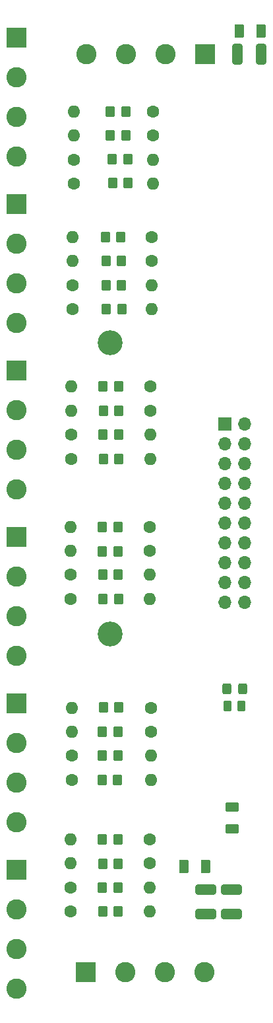
<source format=gts>
G04 #@! TF.GenerationSoftware,KiCad,Pcbnew,(6.0.6)*
G04 #@! TF.CreationDate,2022-08-29T10:44:39+02:00*
G04 #@! TF.ProjectId,lem-adapter-board,6c656d2d-6164-4617-9074-65722d626f61,rev?*
G04 #@! TF.SameCoordinates,Original*
G04 #@! TF.FileFunction,Soldermask,Top*
G04 #@! TF.FilePolarity,Negative*
%FSLAX46Y46*%
G04 Gerber Fmt 4.6, Leading zero omitted, Abs format (unit mm)*
G04 Created by KiCad (PCBNEW (6.0.6)) date 2022-08-29 10:44:39*
%MOMM*%
%LPD*%
G01*
G04 APERTURE LIST*
G04 Aperture macros list*
%AMRoundRect*
0 Rectangle with rounded corners*
0 $1 Rounding radius*
0 $2 $3 $4 $5 $6 $7 $8 $9 X,Y pos of 4 corners*
0 Add a 4 corners polygon primitive as box body*
4,1,4,$2,$3,$4,$5,$6,$7,$8,$9,$2,$3,0*
0 Add four circle primitives for the rounded corners*
1,1,$1+$1,$2,$3*
1,1,$1+$1,$4,$5*
1,1,$1+$1,$6,$7*
1,1,$1+$1,$8,$9*
0 Add four rect primitives between the rounded corners*
20,1,$1+$1,$2,$3,$4,$5,0*
20,1,$1+$1,$4,$5,$6,$7,0*
20,1,$1+$1,$6,$7,$8,$9,0*
20,1,$1+$1,$8,$9,$2,$3,0*%
G04 Aperture macros list end*
%ADD10C,1.600000*%
%ADD11O,1.600000X1.600000*%
%ADD12R,2.600000X2.600000*%
%ADD13C,2.600000*%
%ADD14RoundRect,0.250000X-0.400000X-1.075000X0.400000X-1.075000X0.400000X1.075000X-0.400000X1.075000X0*%
%ADD15RoundRect,0.250000X-0.350000X-0.450000X0.350000X-0.450000X0.350000X0.450000X-0.350000X0.450000X0*%
%ADD16RoundRect,0.250000X0.350000X0.450000X-0.350000X0.450000X-0.350000X-0.450000X0.350000X-0.450000X0*%
%ADD17C,3.200000*%
%ADD18RoundRect,0.250000X1.075000X-0.400000X1.075000X0.400000X-1.075000X0.400000X-1.075000X-0.400000X0*%
%ADD19R,1.700000X1.700000*%
%ADD20O,1.700000X1.700000*%
%ADD21RoundRect,0.250000X-0.262500X-0.450000X0.262500X-0.450000X0.262500X0.450000X-0.262500X0.450000X0*%
%ADD22RoundRect,0.250000X0.375000X0.625000X-0.375000X0.625000X-0.375000X-0.625000X0.375000X-0.625000X0*%
%ADD23RoundRect,0.250000X0.625000X-0.375000X0.625000X0.375000X-0.625000X0.375000X-0.625000X-0.375000X0*%
%ADD24RoundRect,0.250000X-0.325000X-0.450000X0.325000X-0.450000X0.325000X0.450000X-0.325000X0.450000X0*%
G04 APERTURE END LIST*
D10*
X48599600Y-67538600D03*
D11*
X58759600Y-67538600D03*
D10*
X48793400Y-48361600D03*
D11*
X58953400Y-48361600D03*
D10*
X58708800Y-119430800D03*
D11*
X48548800Y-119430800D03*
D12*
X65760600Y-18719600D03*
D13*
X60680600Y-18719600D03*
X55600600Y-18719600D03*
X50520600Y-18719600D03*
D14*
X69925600Y-18719800D03*
X73025600Y-18719800D03*
D10*
X48945800Y-35331400D03*
D11*
X59105800Y-35331400D03*
D15*
X53914800Y-35255200D03*
X55914800Y-35255200D03*
D10*
X48717200Y-111760000D03*
D11*
X58877200Y-111760000D03*
D16*
X54619400Y-105638600D03*
X52619400Y-105638600D03*
D10*
X58699400Y-79349600D03*
D11*
X48539400Y-79349600D03*
D10*
X58877200Y-102539800D03*
D11*
X48717200Y-102539800D03*
D17*
X53568600Y-55727600D03*
D10*
X48539400Y-88620600D03*
D11*
X58699400Y-88620600D03*
D18*
X69215000Y-128956400D03*
X69215000Y-125856400D03*
D19*
X68340200Y-66167000D03*
D20*
X70880200Y-66167000D03*
X68340200Y-68707000D03*
X70880200Y-68707000D03*
X68340200Y-71247000D03*
X70880200Y-71247000D03*
X68340200Y-73787000D03*
X70880200Y-73787000D03*
X68340200Y-76327000D03*
X70880200Y-76327000D03*
X68340200Y-78867000D03*
X70880200Y-78867000D03*
X68340200Y-81407000D03*
X70880200Y-81407000D03*
X68340200Y-83947000D03*
X70880200Y-83947000D03*
X68340200Y-86487000D03*
X70880200Y-86487000D03*
X68340200Y-89027000D03*
X70880200Y-89027000D03*
D16*
X55635400Y-29159200D03*
X53635400Y-29159200D03*
D15*
X52619400Y-125577600D03*
X54619400Y-125577600D03*
D10*
X48539400Y-85496400D03*
D11*
X58699400Y-85496400D03*
D15*
X52654200Y-128651000D03*
X54654200Y-128651000D03*
D16*
X54628800Y-82473800D03*
X52628800Y-82473800D03*
D21*
X68658100Y-102311200D03*
X70483100Y-102311200D03*
D10*
X48558200Y-128651000D03*
D11*
X58718200Y-128651000D03*
D10*
X58699400Y-82423000D03*
D11*
X48539400Y-82423000D03*
D10*
X48793400Y-51435000D03*
D11*
X58953400Y-51435000D03*
D22*
X65865200Y-122910600D03*
X63065200Y-122910600D03*
D16*
X54695600Y-61366400D03*
X52695600Y-61366400D03*
D18*
X65862200Y-128981800D03*
X65862200Y-125881800D03*
D16*
X55000400Y-42164000D03*
X53000400Y-42164000D03*
D12*
X41605200Y-16671800D03*
D13*
X41605200Y-21751800D03*
X41605200Y-26831800D03*
X41605200Y-31911800D03*
D16*
X55076600Y-45262800D03*
X53076600Y-45262800D03*
D15*
X52619400Y-108635800D03*
X54619400Y-108635800D03*
D12*
X41605200Y-80645000D03*
D13*
X41605200Y-85725000D03*
X41605200Y-90805000D03*
X41605200Y-95885000D03*
D16*
X54644800Y-122529600D03*
X52644800Y-122529600D03*
X54730400Y-64439800D03*
X52730400Y-64439800D03*
D12*
X41605200Y-123291600D03*
D13*
X41605200Y-128371600D03*
X41605200Y-133451600D03*
X41605200Y-138531600D03*
D15*
X53127400Y-51409600D03*
X55127400Y-51409600D03*
X52670200Y-88569800D03*
X54670200Y-88569800D03*
D12*
X50469800Y-136474200D03*
D13*
X55549800Y-136474200D03*
X60629800Y-136474200D03*
X65709800Y-136474200D03*
D10*
X58759600Y-61366400D03*
D11*
X48599600Y-61366400D03*
D12*
X41605200Y-101981000D03*
D13*
X41605200Y-107061000D03*
X41605200Y-112141000D03*
X41605200Y-117221000D03*
D10*
X59105800Y-26111200D03*
D11*
X48945800Y-26111200D03*
D15*
X52730400Y-70612000D03*
X54730400Y-70612000D03*
X52644800Y-85496400D03*
X54644800Y-85496400D03*
D10*
X48717200Y-108686600D03*
D11*
X58877200Y-108686600D03*
D15*
X52568600Y-111785400D03*
X54568600Y-111785400D03*
D16*
X55635400Y-26136600D03*
X53635400Y-26136600D03*
X54737000Y-102514400D03*
X52737000Y-102514400D03*
D15*
X53889400Y-32207200D03*
X55889400Y-32207200D03*
D16*
X54635400Y-79349600D03*
X52635400Y-79349600D03*
D10*
X58708800Y-122504200D03*
D11*
X48548800Y-122504200D03*
D10*
X58877200Y-105638600D03*
D11*
X48717200Y-105638600D03*
D10*
X58953400Y-42189400D03*
D11*
X48793400Y-42189400D03*
D15*
X53076600Y-48361600D03*
X55076600Y-48361600D03*
D22*
X73031000Y-15798800D03*
X70231000Y-15798800D03*
D15*
X52679600Y-67538600D03*
X54679600Y-67538600D03*
D10*
X58953400Y-45262800D03*
D11*
X48793400Y-45262800D03*
D23*
X69240400Y-118062200D03*
X69240400Y-115262200D03*
D12*
X41605400Y-37982400D03*
D13*
X41605400Y-43062400D03*
X41605400Y-48142400D03*
X41605400Y-53222400D03*
D10*
X59105800Y-29184600D03*
D11*
X48945800Y-29184600D03*
D10*
X48945800Y-32258000D03*
D11*
X59105800Y-32258000D03*
D10*
X48607000Y-70612000D03*
D11*
X58767000Y-70612000D03*
D17*
X53568600Y-93091000D03*
D16*
X54628800Y-119456200D03*
X52628800Y-119456200D03*
D10*
X48548800Y-125577600D03*
D11*
X58708800Y-125577600D03*
D24*
X68562000Y-100126800D03*
X70612000Y-100126800D03*
D12*
X41605200Y-59318400D03*
D13*
X41605200Y-64398400D03*
X41605200Y-69478400D03*
X41605200Y-74558400D03*
D10*
X58759600Y-64439800D03*
D11*
X48599600Y-64439800D03*
M02*

</source>
